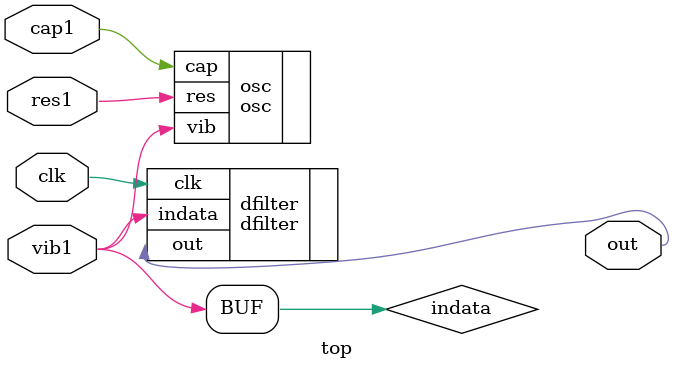
<source format=v>
module top(
	input wire clk,
	input wire cap1,
	inout wire res1,
	inout wire vib1,
	output wire out
	);

osc osc(
	.cap(cap1), .res(res1), .vib(vib1)
	);

dfilter dfilter(
	.indata(indata), .clk(clk), .out(out)
	);

assign indata = vib1;

endmodule

</source>
